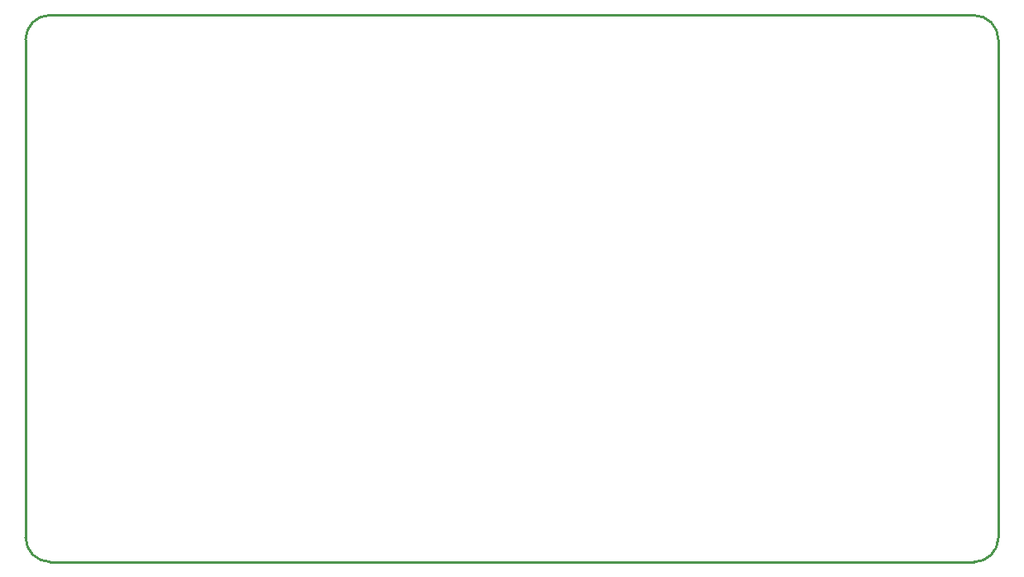
<source format=gbr>
%TF.GenerationSoftware,KiCad,Pcbnew,(6.0.4)*%
%TF.CreationDate,2023-03-22T18:48:28+03:00*%
%TF.ProjectId,mp3_test_board,6d70335f-7465-4737-945f-626f6172642e,rev?*%
%TF.SameCoordinates,Original*%
%TF.FileFunction,Glue,Bot*%
%TF.FilePolarity,Positive*%
%FSLAX46Y46*%
G04 Gerber Fmt 4.6, Leading zero omitted, Abs format (unit mm)*
G04 Created by KiCad (PCBNEW (6.0.4)) date 2023-03-22 18:48:28*
%MOMM*%
%LPD*%
G01*
G04 APERTURE LIST*
%TA.AperFunction,Profile*%
%ADD10C,0.250000*%
%TD*%
G04 APERTURE END LIST*
D10*
X173460000Y-99250000D02*
G75*
G03*
X175960000Y-96750000I-100J2500100D01*
G01*
X175960000Y-45750000D02*
G75*
G03*
X173460000Y-43250000I-2500000J0D01*
G01*
X78967767Y-43232167D02*
G75*
G03*
X76467767Y-45732233I33J-2500033D01*
G01*
X76467767Y-45732233D02*
X76467767Y-96732233D01*
X78967767Y-99232233D02*
X173467767Y-99232233D01*
X175960000Y-96750000D02*
X175960000Y-45750000D01*
X173467767Y-43232233D02*
X78967767Y-43232233D01*
X76467767Y-96732233D02*
G75*
G03*
X78967767Y-99232233I2500033J33D01*
G01*
M02*

</source>
